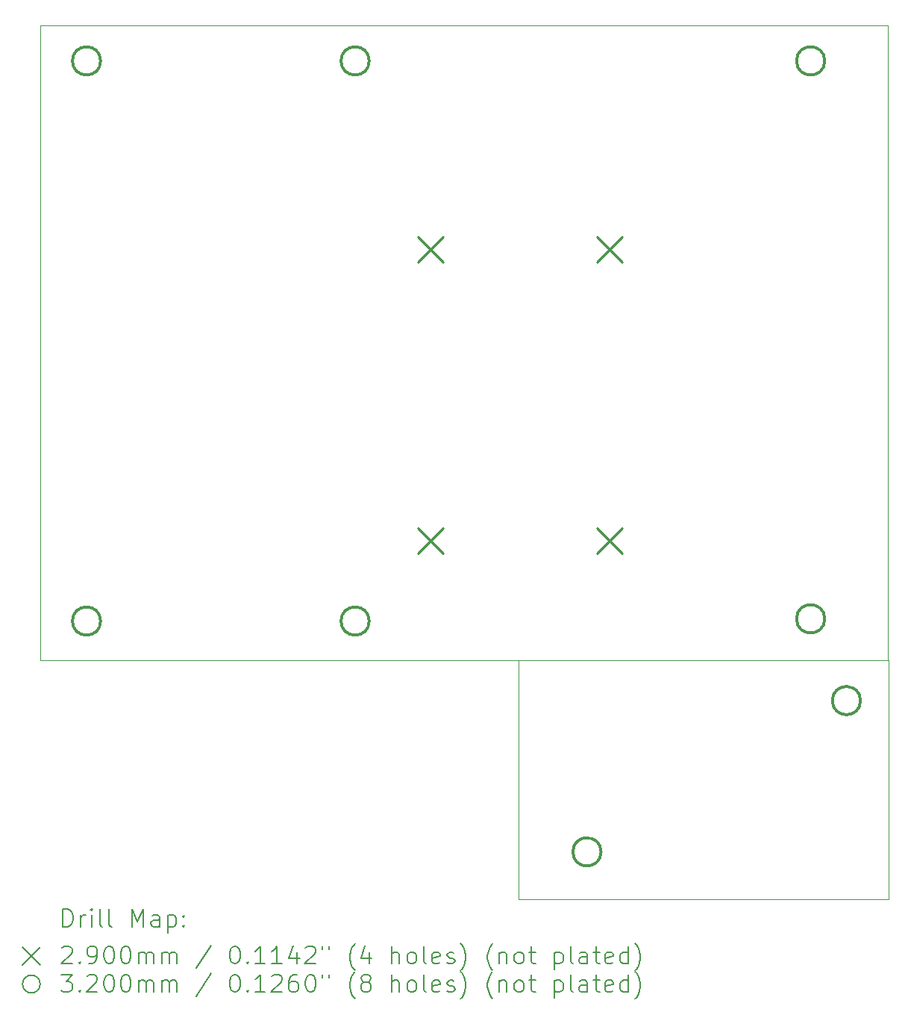
<source format=gbr>
%FSLAX45Y45*%
G04 Gerber Fmt 4.5, Leading zero omitted, Abs format (unit mm)*
G04 Created by KiCad (PCBNEW (6.0.1)) date 2022-03-08 14:51:29*
%MOMM*%
%LPD*%
G01*
G04 APERTURE LIST*
%TA.AperFunction,Profile*%
%ADD10C,0.100000*%
%TD*%
%ADD11C,0.200000*%
%ADD12C,0.290000*%
%ADD13C,0.320000*%
G04 APERTURE END LIST*
D10*
X15113000Y-11645900D02*
X19316700Y-11645900D01*
X19316700Y-11645900D02*
X19316700Y-14351000D01*
X19316700Y-14351000D02*
X15113000Y-14351000D01*
X15113000Y-14351000D02*
X15113000Y-11645900D01*
X9690100Y-4445000D02*
X19304000Y-4445000D01*
X19304000Y-4445000D02*
X19304000Y-11645900D01*
X19304000Y-11645900D02*
X9690100Y-11645900D01*
X9690100Y-11645900D02*
X9690100Y-4445000D01*
D11*
D12*
X13971351Y-6842449D02*
X14261351Y-7132449D01*
X14261351Y-6842449D02*
X13971351Y-7132449D01*
X13971351Y-10144449D02*
X14261351Y-10434449D01*
X14261351Y-10144449D02*
X13971351Y-10434449D01*
X16003351Y-6842449D02*
X16293351Y-7132449D01*
X16293351Y-6842449D02*
X16003351Y-7132449D01*
X16003351Y-10144449D02*
X16293351Y-10434449D01*
X16293351Y-10144449D02*
X16003351Y-10434449D01*
D13*
X10370800Y-4851400D02*
G75*
G03*
X10370800Y-4851400I-160000J0D01*
G01*
X10370800Y-11201400D02*
G75*
G03*
X10370800Y-11201400I-160000J0D01*
G01*
X13418800Y-4851400D02*
G75*
G03*
X13418800Y-4851400I-160000J0D01*
G01*
X13418800Y-11201400D02*
G75*
G03*
X13418800Y-11201400I-160000J0D01*
G01*
X16049300Y-13817600D02*
G75*
G03*
X16049300Y-13817600I-160000J0D01*
G01*
X18587700Y-4851400D02*
G75*
G03*
X18587700Y-4851400I-160000J0D01*
G01*
X18587700Y-11176000D02*
G75*
G03*
X18587700Y-11176000I-160000J0D01*
G01*
X18994100Y-12103100D02*
G75*
G03*
X18994100Y-12103100I-160000J0D01*
G01*
D11*
X9942719Y-14666476D02*
X9942719Y-14466476D01*
X9990338Y-14466476D01*
X10018910Y-14476000D01*
X10037957Y-14495048D01*
X10047481Y-14514095D01*
X10057005Y-14552190D01*
X10057005Y-14580762D01*
X10047481Y-14618857D01*
X10037957Y-14637905D01*
X10018910Y-14656952D01*
X9990338Y-14666476D01*
X9942719Y-14666476D01*
X10142719Y-14666476D02*
X10142719Y-14533143D01*
X10142719Y-14571238D02*
X10152243Y-14552190D01*
X10161767Y-14542667D01*
X10180814Y-14533143D01*
X10199862Y-14533143D01*
X10266529Y-14666476D02*
X10266529Y-14533143D01*
X10266529Y-14466476D02*
X10257005Y-14476000D01*
X10266529Y-14485524D01*
X10276052Y-14476000D01*
X10266529Y-14466476D01*
X10266529Y-14485524D01*
X10390338Y-14666476D02*
X10371290Y-14656952D01*
X10361767Y-14637905D01*
X10361767Y-14466476D01*
X10495100Y-14666476D02*
X10476052Y-14656952D01*
X10466529Y-14637905D01*
X10466529Y-14466476D01*
X10723671Y-14666476D02*
X10723671Y-14466476D01*
X10790338Y-14609333D01*
X10857005Y-14466476D01*
X10857005Y-14666476D01*
X11037957Y-14666476D02*
X11037957Y-14561714D01*
X11028433Y-14542667D01*
X11009386Y-14533143D01*
X10971290Y-14533143D01*
X10952243Y-14542667D01*
X11037957Y-14656952D02*
X11018910Y-14666476D01*
X10971290Y-14666476D01*
X10952243Y-14656952D01*
X10942719Y-14637905D01*
X10942719Y-14618857D01*
X10952243Y-14599809D01*
X10971290Y-14590286D01*
X11018910Y-14590286D01*
X11037957Y-14580762D01*
X11133195Y-14533143D02*
X11133195Y-14733143D01*
X11133195Y-14542667D02*
X11152243Y-14533143D01*
X11190338Y-14533143D01*
X11209386Y-14542667D01*
X11218909Y-14552190D01*
X11228433Y-14571238D01*
X11228433Y-14628381D01*
X11218909Y-14647428D01*
X11209386Y-14656952D01*
X11190338Y-14666476D01*
X11152243Y-14666476D01*
X11133195Y-14656952D01*
X11314148Y-14647428D02*
X11323671Y-14656952D01*
X11314148Y-14666476D01*
X11304624Y-14656952D01*
X11314148Y-14647428D01*
X11314148Y-14666476D01*
X11314148Y-14542667D02*
X11323671Y-14552190D01*
X11314148Y-14561714D01*
X11304624Y-14552190D01*
X11314148Y-14542667D01*
X11314148Y-14561714D01*
X9485100Y-14896000D02*
X9685100Y-15096000D01*
X9685100Y-14896000D02*
X9485100Y-15096000D01*
X9933195Y-14905524D02*
X9942719Y-14896000D01*
X9961767Y-14886476D01*
X10009386Y-14886476D01*
X10028433Y-14896000D01*
X10037957Y-14905524D01*
X10047481Y-14924571D01*
X10047481Y-14943619D01*
X10037957Y-14972190D01*
X9923671Y-15086476D01*
X10047481Y-15086476D01*
X10133195Y-15067428D02*
X10142719Y-15076952D01*
X10133195Y-15086476D01*
X10123671Y-15076952D01*
X10133195Y-15067428D01*
X10133195Y-15086476D01*
X10237957Y-15086476D02*
X10276052Y-15086476D01*
X10295100Y-15076952D01*
X10304624Y-15067428D01*
X10323671Y-15038857D01*
X10333195Y-15000762D01*
X10333195Y-14924571D01*
X10323671Y-14905524D01*
X10314148Y-14896000D01*
X10295100Y-14886476D01*
X10257005Y-14886476D01*
X10237957Y-14896000D01*
X10228433Y-14905524D01*
X10218910Y-14924571D01*
X10218910Y-14972190D01*
X10228433Y-14991238D01*
X10237957Y-15000762D01*
X10257005Y-15010286D01*
X10295100Y-15010286D01*
X10314148Y-15000762D01*
X10323671Y-14991238D01*
X10333195Y-14972190D01*
X10457005Y-14886476D02*
X10476052Y-14886476D01*
X10495100Y-14896000D01*
X10504624Y-14905524D01*
X10514148Y-14924571D01*
X10523671Y-14962667D01*
X10523671Y-15010286D01*
X10514148Y-15048381D01*
X10504624Y-15067428D01*
X10495100Y-15076952D01*
X10476052Y-15086476D01*
X10457005Y-15086476D01*
X10437957Y-15076952D01*
X10428433Y-15067428D01*
X10418910Y-15048381D01*
X10409386Y-15010286D01*
X10409386Y-14962667D01*
X10418910Y-14924571D01*
X10428433Y-14905524D01*
X10437957Y-14896000D01*
X10457005Y-14886476D01*
X10647481Y-14886476D02*
X10666529Y-14886476D01*
X10685576Y-14896000D01*
X10695100Y-14905524D01*
X10704624Y-14924571D01*
X10714148Y-14962667D01*
X10714148Y-15010286D01*
X10704624Y-15048381D01*
X10695100Y-15067428D01*
X10685576Y-15076952D01*
X10666529Y-15086476D01*
X10647481Y-15086476D01*
X10628433Y-15076952D01*
X10618910Y-15067428D01*
X10609386Y-15048381D01*
X10599862Y-15010286D01*
X10599862Y-14962667D01*
X10609386Y-14924571D01*
X10618910Y-14905524D01*
X10628433Y-14896000D01*
X10647481Y-14886476D01*
X10799862Y-15086476D02*
X10799862Y-14953143D01*
X10799862Y-14972190D02*
X10809386Y-14962667D01*
X10828433Y-14953143D01*
X10857005Y-14953143D01*
X10876052Y-14962667D01*
X10885576Y-14981714D01*
X10885576Y-15086476D01*
X10885576Y-14981714D02*
X10895100Y-14962667D01*
X10914148Y-14953143D01*
X10942719Y-14953143D01*
X10961767Y-14962667D01*
X10971290Y-14981714D01*
X10971290Y-15086476D01*
X11066529Y-15086476D02*
X11066529Y-14953143D01*
X11066529Y-14972190D02*
X11076052Y-14962667D01*
X11095100Y-14953143D01*
X11123671Y-14953143D01*
X11142719Y-14962667D01*
X11152243Y-14981714D01*
X11152243Y-15086476D01*
X11152243Y-14981714D02*
X11161767Y-14962667D01*
X11180814Y-14953143D01*
X11209386Y-14953143D01*
X11228433Y-14962667D01*
X11237957Y-14981714D01*
X11237957Y-15086476D01*
X11628433Y-14876952D02*
X11457005Y-15134095D01*
X11885576Y-14886476D02*
X11904624Y-14886476D01*
X11923671Y-14896000D01*
X11933195Y-14905524D01*
X11942719Y-14924571D01*
X11952243Y-14962667D01*
X11952243Y-15010286D01*
X11942719Y-15048381D01*
X11933195Y-15067428D01*
X11923671Y-15076952D01*
X11904624Y-15086476D01*
X11885576Y-15086476D01*
X11866528Y-15076952D01*
X11857005Y-15067428D01*
X11847481Y-15048381D01*
X11837957Y-15010286D01*
X11837957Y-14962667D01*
X11847481Y-14924571D01*
X11857005Y-14905524D01*
X11866528Y-14896000D01*
X11885576Y-14886476D01*
X12037957Y-15067428D02*
X12047481Y-15076952D01*
X12037957Y-15086476D01*
X12028433Y-15076952D01*
X12037957Y-15067428D01*
X12037957Y-15086476D01*
X12237957Y-15086476D02*
X12123671Y-15086476D01*
X12180814Y-15086476D02*
X12180814Y-14886476D01*
X12161767Y-14915048D01*
X12142719Y-14934095D01*
X12123671Y-14943619D01*
X12428433Y-15086476D02*
X12314148Y-15086476D01*
X12371290Y-15086476D02*
X12371290Y-14886476D01*
X12352243Y-14915048D01*
X12333195Y-14934095D01*
X12314148Y-14943619D01*
X12599862Y-14953143D02*
X12599862Y-15086476D01*
X12552243Y-14876952D02*
X12504624Y-15019809D01*
X12628433Y-15019809D01*
X12695100Y-14905524D02*
X12704624Y-14896000D01*
X12723671Y-14886476D01*
X12771290Y-14886476D01*
X12790338Y-14896000D01*
X12799862Y-14905524D01*
X12809386Y-14924571D01*
X12809386Y-14943619D01*
X12799862Y-14972190D01*
X12685576Y-15086476D01*
X12809386Y-15086476D01*
X12885576Y-14886476D02*
X12885576Y-14924571D01*
X12961767Y-14886476D02*
X12961767Y-14924571D01*
X13257005Y-15162667D02*
X13247481Y-15153143D01*
X13228433Y-15124571D01*
X13218909Y-15105524D01*
X13209386Y-15076952D01*
X13199862Y-15029333D01*
X13199862Y-14991238D01*
X13209386Y-14943619D01*
X13218909Y-14915048D01*
X13228433Y-14896000D01*
X13247481Y-14867428D01*
X13257005Y-14857905D01*
X13418909Y-14953143D02*
X13418909Y-15086476D01*
X13371290Y-14876952D02*
X13323671Y-15019809D01*
X13447481Y-15019809D01*
X13676052Y-15086476D02*
X13676052Y-14886476D01*
X13761767Y-15086476D02*
X13761767Y-14981714D01*
X13752243Y-14962667D01*
X13733195Y-14953143D01*
X13704624Y-14953143D01*
X13685576Y-14962667D01*
X13676052Y-14972190D01*
X13885576Y-15086476D02*
X13866528Y-15076952D01*
X13857005Y-15067428D01*
X13847481Y-15048381D01*
X13847481Y-14991238D01*
X13857005Y-14972190D01*
X13866528Y-14962667D01*
X13885576Y-14953143D01*
X13914148Y-14953143D01*
X13933195Y-14962667D01*
X13942719Y-14972190D01*
X13952243Y-14991238D01*
X13952243Y-15048381D01*
X13942719Y-15067428D01*
X13933195Y-15076952D01*
X13914148Y-15086476D01*
X13885576Y-15086476D01*
X14066528Y-15086476D02*
X14047481Y-15076952D01*
X14037957Y-15057905D01*
X14037957Y-14886476D01*
X14218909Y-15076952D02*
X14199862Y-15086476D01*
X14161767Y-15086476D01*
X14142719Y-15076952D01*
X14133195Y-15057905D01*
X14133195Y-14981714D01*
X14142719Y-14962667D01*
X14161767Y-14953143D01*
X14199862Y-14953143D01*
X14218909Y-14962667D01*
X14228433Y-14981714D01*
X14228433Y-15000762D01*
X14133195Y-15019809D01*
X14304624Y-15076952D02*
X14323671Y-15086476D01*
X14361767Y-15086476D01*
X14380814Y-15076952D01*
X14390338Y-15057905D01*
X14390338Y-15048381D01*
X14380814Y-15029333D01*
X14361767Y-15019809D01*
X14333195Y-15019809D01*
X14314148Y-15010286D01*
X14304624Y-14991238D01*
X14304624Y-14981714D01*
X14314148Y-14962667D01*
X14333195Y-14953143D01*
X14361767Y-14953143D01*
X14380814Y-14962667D01*
X14457005Y-15162667D02*
X14466528Y-15153143D01*
X14485576Y-15124571D01*
X14495100Y-15105524D01*
X14504624Y-15076952D01*
X14514148Y-15029333D01*
X14514148Y-14991238D01*
X14504624Y-14943619D01*
X14495100Y-14915048D01*
X14485576Y-14896000D01*
X14466528Y-14867428D01*
X14457005Y-14857905D01*
X14818909Y-15162667D02*
X14809386Y-15153143D01*
X14790338Y-15124571D01*
X14780814Y-15105524D01*
X14771290Y-15076952D01*
X14761767Y-15029333D01*
X14761767Y-14991238D01*
X14771290Y-14943619D01*
X14780814Y-14915048D01*
X14790338Y-14896000D01*
X14809386Y-14867428D01*
X14818909Y-14857905D01*
X14895100Y-14953143D02*
X14895100Y-15086476D01*
X14895100Y-14972190D02*
X14904624Y-14962667D01*
X14923671Y-14953143D01*
X14952243Y-14953143D01*
X14971290Y-14962667D01*
X14980814Y-14981714D01*
X14980814Y-15086476D01*
X15104624Y-15086476D02*
X15085576Y-15076952D01*
X15076052Y-15067428D01*
X15066528Y-15048381D01*
X15066528Y-14991238D01*
X15076052Y-14972190D01*
X15085576Y-14962667D01*
X15104624Y-14953143D01*
X15133195Y-14953143D01*
X15152243Y-14962667D01*
X15161767Y-14972190D01*
X15171290Y-14991238D01*
X15171290Y-15048381D01*
X15161767Y-15067428D01*
X15152243Y-15076952D01*
X15133195Y-15086476D01*
X15104624Y-15086476D01*
X15228433Y-14953143D02*
X15304624Y-14953143D01*
X15257005Y-14886476D02*
X15257005Y-15057905D01*
X15266528Y-15076952D01*
X15285576Y-15086476D01*
X15304624Y-15086476D01*
X15523671Y-14953143D02*
X15523671Y-15153143D01*
X15523671Y-14962667D02*
X15542719Y-14953143D01*
X15580814Y-14953143D01*
X15599862Y-14962667D01*
X15609386Y-14972190D01*
X15618909Y-14991238D01*
X15618909Y-15048381D01*
X15609386Y-15067428D01*
X15599862Y-15076952D01*
X15580814Y-15086476D01*
X15542719Y-15086476D01*
X15523671Y-15076952D01*
X15733195Y-15086476D02*
X15714148Y-15076952D01*
X15704624Y-15057905D01*
X15704624Y-14886476D01*
X15895100Y-15086476D02*
X15895100Y-14981714D01*
X15885576Y-14962667D01*
X15866528Y-14953143D01*
X15828433Y-14953143D01*
X15809386Y-14962667D01*
X15895100Y-15076952D02*
X15876052Y-15086476D01*
X15828433Y-15086476D01*
X15809386Y-15076952D01*
X15799862Y-15057905D01*
X15799862Y-15038857D01*
X15809386Y-15019809D01*
X15828433Y-15010286D01*
X15876052Y-15010286D01*
X15895100Y-15000762D01*
X15961767Y-14953143D02*
X16037957Y-14953143D01*
X15990338Y-14886476D02*
X15990338Y-15057905D01*
X15999862Y-15076952D01*
X16018909Y-15086476D01*
X16037957Y-15086476D01*
X16180814Y-15076952D02*
X16161767Y-15086476D01*
X16123671Y-15086476D01*
X16104624Y-15076952D01*
X16095100Y-15057905D01*
X16095100Y-14981714D01*
X16104624Y-14962667D01*
X16123671Y-14953143D01*
X16161767Y-14953143D01*
X16180814Y-14962667D01*
X16190338Y-14981714D01*
X16190338Y-15000762D01*
X16095100Y-15019809D01*
X16361767Y-15086476D02*
X16361767Y-14886476D01*
X16361767Y-15076952D02*
X16342719Y-15086476D01*
X16304624Y-15086476D01*
X16285576Y-15076952D01*
X16276052Y-15067428D01*
X16266528Y-15048381D01*
X16266528Y-14991238D01*
X16276052Y-14972190D01*
X16285576Y-14962667D01*
X16304624Y-14953143D01*
X16342719Y-14953143D01*
X16361767Y-14962667D01*
X16437957Y-15162667D02*
X16447481Y-15153143D01*
X16466528Y-15124571D01*
X16476052Y-15105524D01*
X16485576Y-15076952D01*
X16495100Y-15029333D01*
X16495100Y-14991238D01*
X16485576Y-14943619D01*
X16476052Y-14915048D01*
X16466528Y-14896000D01*
X16447481Y-14867428D01*
X16437957Y-14857905D01*
X9685100Y-15316000D02*
G75*
G03*
X9685100Y-15316000I-100000J0D01*
G01*
X9923671Y-15206476D02*
X10047481Y-15206476D01*
X9980814Y-15282667D01*
X10009386Y-15282667D01*
X10028433Y-15292190D01*
X10037957Y-15301714D01*
X10047481Y-15320762D01*
X10047481Y-15368381D01*
X10037957Y-15387428D01*
X10028433Y-15396952D01*
X10009386Y-15406476D01*
X9952243Y-15406476D01*
X9933195Y-15396952D01*
X9923671Y-15387428D01*
X10133195Y-15387428D02*
X10142719Y-15396952D01*
X10133195Y-15406476D01*
X10123671Y-15396952D01*
X10133195Y-15387428D01*
X10133195Y-15406476D01*
X10218910Y-15225524D02*
X10228433Y-15216000D01*
X10247481Y-15206476D01*
X10295100Y-15206476D01*
X10314148Y-15216000D01*
X10323671Y-15225524D01*
X10333195Y-15244571D01*
X10333195Y-15263619D01*
X10323671Y-15292190D01*
X10209386Y-15406476D01*
X10333195Y-15406476D01*
X10457005Y-15206476D02*
X10476052Y-15206476D01*
X10495100Y-15216000D01*
X10504624Y-15225524D01*
X10514148Y-15244571D01*
X10523671Y-15282667D01*
X10523671Y-15330286D01*
X10514148Y-15368381D01*
X10504624Y-15387428D01*
X10495100Y-15396952D01*
X10476052Y-15406476D01*
X10457005Y-15406476D01*
X10437957Y-15396952D01*
X10428433Y-15387428D01*
X10418910Y-15368381D01*
X10409386Y-15330286D01*
X10409386Y-15282667D01*
X10418910Y-15244571D01*
X10428433Y-15225524D01*
X10437957Y-15216000D01*
X10457005Y-15206476D01*
X10647481Y-15206476D02*
X10666529Y-15206476D01*
X10685576Y-15216000D01*
X10695100Y-15225524D01*
X10704624Y-15244571D01*
X10714148Y-15282667D01*
X10714148Y-15330286D01*
X10704624Y-15368381D01*
X10695100Y-15387428D01*
X10685576Y-15396952D01*
X10666529Y-15406476D01*
X10647481Y-15406476D01*
X10628433Y-15396952D01*
X10618910Y-15387428D01*
X10609386Y-15368381D01*
X10599862Y-15330286D01*
X10599862Y-15282667D01*
X10609386Y-15244571D01*
X10618910Y-15225524D01*
X10628433Y-15216000D01*
X10647481Y-15206476D01*
X10799862Y-15406476D02*
X10799862Y-15273143D01*
X10799862Y-15292190D02*
X10809386Y-15282667D01*
X10828433Y-15273143D01*
X10857005Y-15273143D01*
X10876052Y-15282667D01*
X10885576Y-15301714D01*
X10885576Y-15406476D01*
X10885576Y-15301714D02*
X10895100Y-15282667D01*
X10914148Y-15273143D01*
X10942719Y-15273143D01*
X10961767Y-15282667D01*
X10971290Y-15301714D01*
X10971290Y-15406476D01*
X11066529Y-15406476D02*
X11066529Y-15273143D01*
X11066529Y-15292190D02*
X11076052Y-15282667D01*
X11095100Y-15273143D01*
X11123671Y-15273143D01*
X11142719Y-15282667D01*
X11152243Y-15301714D01*
X11152243Y-15406476D01*
X11152243Y-15301714D02*
X11161767Y-15282667D01*
X11180814Y-15273143D01*
X11209386Y-15273143D01*
X11228433Y-15282667D01*
X11237957Y-15301714D01*
X11237957Y-15406476D01*
X11628433Y-15196952D02*
X11457005Y-15454095D01*
X11885576Y-15206476D02*
X11904624Y-15206476D01*
X11923671Y-15216000D01*
X11933195Y-15225524D01*
X11942719Y-15244571D01*
X11952243Y-15282667D01*
X11952243Y-15330286D01*
X11942719Y-15368381D01*
X11933195Y-15387428D01*
X11923671Y-15396952D01*
X11904624Y-15406476D01*
X11885576Y-15406476D01*
X11866528Y-15396952D01*
X11857005Y-15387428D01*
X11847481Y-15368381D01*
X11837957Y-15330286D01*
X11837957Y-15282667D01*
X11847481Y-15244571D01*
X11857005Y-15225524D01*
X11866528Y-15216000D01*
X11885576Y-15206476D01*
X12037957Y-15387428D02*
X12047481Y-15396952D01*
X12037957Y-15406476D01*
X12028433Y-15396952D01*
X12037957Y-15387428D01*
X12037957Y-15406476D01*
X12237957Y-15406476D02*
X12123671Y-15406476D01*
X12180814Y-15406476D02*
X12180814Y-15206476D01*
X12161767Y-15235048D01*
X12142719Y-15254095D01*
X12123671Y-15263619D01*
X12314148Y-15225524D02*
X12323671Y-15216000D01*
X12342719Y-15206476D01*
X12390338Y-15206476D01*
X12409386Y-15216000D01*
X12418909Y-15225524D01*
X12428433Y-15244571D01*
X12428433Y-15263619D01*
X12418909Y-15292190D01*
X12304624Y-15406476D01*
X12428433Y-15406476D01*
X12599862Y-15206476D02*
X12561767Y-15206476D01*
X12542719Y-15216000D01*
X12533195Y-15225524D01*
X12514148Y-15254095D01*
X12504624Y-15292190D01*
X12504624Y-15368381D01*
X12514148Y-15387428D01*
X12523671Y-15396952D01*
X12542719Y-15406476D01*
X12580814Y-15406476D01*
X12599862Y-15396952D01*
X12609386Y-15387428D01*
X12618909Y-15368381D01*
X12618909Y-15320762D01*
X12609386Y-15301714D01*
X12599862Y-15292190D01*
X12580814Y-15282667D01*
X12542719Y-15282667D01*
X12523671Y-15292190D01*
X12514148Y-15301714D01*
X12504624Y-15320762D01*
X12742719Y-15206476D02*
X12761767Y-15206476D01*
X12780814Y-15216000D01*
X12790338Y-15225524D01*
X12799862Y-15244571D01*
X12809386Y-15282667D01*
X12809386Y-15330286D01*
X12799862Y-15368381D01*
X12790338Y-15387428D01*
X12780814Y-15396952D01*
X12761767Y-15406476D01*
X12742719Y-15406476D01*
X12723671Y-15396952D01*
X12714148Y-15387428D01*
X12704624Y-15368381D01*
X12695100Y-15330286D01*
X12695100Y-15282667D01*
X12704624Y-15244571D01*
X12714148Y-15225524D01*
X12723671Y-15216000D01*
X12742719Y-15206476D01*
X12885576Y-15206476D02*
X12885576Y-15244571D01*
X12961767Y-15206476D02*
X12961767Y-15244571D01*
X13257005Y-15482667D02*
X13247481Y-15473143D01*
X13228433Y-15444571D01*
X13218909Y-15425524D01*
X13209386Y-15396952D01*
X13199862Y-15349333D01*
X13199862Y-15311238D01*
X13209386Y-15263619D01*
X13218909Y-15235048D01*
X13228433Y-15216000D01*
X13247481Y-15187428D01*
X13257005Y-15177905D01*
X13361767Y-15292190D02*
X13342719Y-15282667D01*
X13333195Y-15273143D01*
X13323671Y-15254095D01*
X13323671Y-15244571D01*
X13333195Y-15225524D01*
X13342719Y-15216000D01*
X13361767Y-15206476D01*
X13399862Y-15206476D01*
X13418909Y-15216000D01*
X13428433Y-15225524D01*
X13437957Y-15244571D01*
X13437957Y-15254095D01*
X13428433Y-15273143D01*
X13418909Y-15282667D01*
X13399862Y-15292190D01*
X13361767Y-15292190D01*
X13342719Y-15301714D01*
X13333195Y-15311238D01*
X13323671Y-15330286D01*
X13323671Y-15368381D01*
X13333195Y-15387428D01*
X13342719Y-15396952D01*
X13361767Y-15406476D01*
X13399862Y-15406476D01*
X13418909Y-15396952D01*
X13428433Y-15387428D01*
X13437957Y-15368381D01*
X13437957Y-15330286D01*
X13428433Y-15311238D01*
X13418909Y-15301714D01*
X13399862Y-15292190D01*
X13676052Y-15406476D02*
X13676052Y-15206476D01*
X13761767Y-15406476D02*
X13761767Y-15301714D01*
X13752243Y-15282667D01*
X13733195Y-15273143D01*
X13704624Y-15273143D01*
X13685576Y-15282667D01*
X13676052Y-15292190D01*
X13885576Y-15406476D02*
X13866528Y-15396952D01*
X13857005Y-15387428D01*
X13847481Y-15368381D01*
X13847481Y-15311238D01*
X13857005Y-15292190D01*
X13866528Y-15282667D01*
X13885576Y-15273143D01*
X13914148Y-15273143D01*
X13933195Y-15282667D01*
X13942719Y-15292190D01*
X13952243Y-15311238D01*
X13952243Y-15368381D01*
X13942719Y-15387428D01*
X13933195Y-15396952D01*
X13914148Y-15406476D01*
X13885576Y-15406476D01*
X14066528Y-15406476D02*
X14047481Y-15396952D01*
X14037957Y-15377905D01*
X14037957Y-15206476D01*
X14218909Y-15396952D02*
X14199862Y-15406476D01*
X14161767Y-15406476D01*
X14142719Y-15396952D01*
X14133195Y-15377905D01*
X14133195Y-15301714D01*
X14142719Y-15282667D01*
X14161767Y-15273143D01*
X14199862Y-15273143D01*
X14218909Y-15282667D01*
X14228433Y-15301714D01*
X14228433Y-15320762D01*
X14133195Y-15339809D01*
X14304624Y-15396952D02*
X14323671Y-15406476D01*
X14361767Y-15406476D01*
X14380814Y-15396952D01*
X14390338Y-15377905D01*
X14390338Y-15368381D01*
X14380814Y-15349333D01*
X14361767Y-15339809D01*
X14333195Y-15339809D01*
X14314148Y-15330286D01*
X14304624Y-15311238D01*
X14304624Y-15301714D01*
X14314148Y-15282667D01*
X14333195Y-15273143D01*
X14361767Y-15273143D01*
X14380814Y-15282667D01*
X14457005Y-15482667D02*
X14466528Y-15473143D01*
X14485576Y-15444571D01*
X14495100Y-15425524D01*
X14504624Y-15396952D01*
X14514148Y-15349333D01*
X14514148Y-15311238D01*
X14504624Y-15263619D01*
X14495100Y-15235048D01*
X14485576Y-15216000D01*
X14466528Y-15187428D01*
X14457005Y-15177905D01*
X14818909Y-15482667D02*
X14809386Y-15473143D01*
X14790338Y-15444571D01*
X14780814Y-15425524D01*
X14771290Y-15396952D01*
X14761767Y-15349333D01*
X14761767Y-15311238D01*
X14771290Y-15263619D01*
X14780814Y-15235048D01*
X14790338Y-15216000D01*
X14809386Y-15187428D01*
X14818909Y-15177905D01*
X14895100Y-15273143D02*
X14895100Y-15406476D01*
X14895100Y-15292190D02*
X14904624Y-15282667D01*
X14923671Y-15273143D01*
X14952243Y-15273143D01*
X14971290Y-15282667D01*
X14980814Y-15301714D01*
X14980814Y-15406476D01*
X15104624Y-15406476D02*
X15085576Y-15396952D01*
X15076052Y-15387428D01*
X15066528Y-15368381D01*
X15066528Y-15311238D01*
X15076052Y-15292190D01*
X15085576Y-15282667D01*
X15104624Y-15273143D01*
X15133195Y-15273143D01*
X15152243Y-15282667D01*
X15161767Y-15292190D01*
X15171290Y-15311238D01*
X15171290Y-15368381D01*
X15161767Y-15387428D01*
X15152243Y-15396952D01*
X15133195Y-15406476D01*
X15104624Y-15406476D01*
X15228433Y-15273143D02*
X15304624Y-15273143D01*
X15257005Y-15206476D02*
X15257005Y-15377905D01*
X15266528Y-15396952D01*
X15285576Y-15406476D01*
X15304624Y-15406476D01*
X15523671Y-15273143D02*
X15523671Y-15473143D01*
X15523671Y-15282667D02*
X15542719Y-15273143D01*
X15580814Y-15273143D01*
X15599862Y-15282667D01*
X15609386Y-15292190D01*
X15618909Y-15311238D01*
X15618909Y-15368381D01*
X15609386Y-15387428D01*
X15599862Y-15396952D01*
X15580814Y-15406476D01*
X15542719Y-15406476D01*
X15523671Y-15396952D01*
X15733195Y-15406476D02*
X15714148Y-15396952D01*
X15704624Y-15377905D01*
X15704624Y-15206476D01*
X15895100Y-15406476D02*
X15895100Y-15301714D01*
X15885576Y-15282667D01*
X15866528Y-15273143D01*
X15828433Y-15273143D01*
X15809386Y-15282667D01*
X15895100Y-15396952D02*
X15876052Y-15406476D01*
X15828433Y-15406476D01*
X15809386Y-15396952D01*
X15799862Y-15377905D01*
X15799862Y-15358857D01*
X15809386Y-15339809D01*
X15828433Y-15330286D01*
X15876052Y-15330286D01*
X15895100Y-15320762D01*
X15961767Y-15273143D02*
X16037957Y-15273143D01*
X15990338Y-15206476D02*
X15990338Y-15377905D01*
X15999862Y-15396952D01*
X16018909Y-15406476D01*
X16037957Y-15406476D01*
X16180814Y-15396952D02*
X16161767Y-15406476D01*
X16123671Y-15406476D01*
X16104624Y-15396952D01*
X16095100Y-15377905D01*
X16095100Y-15301714D01*
X16104624Y-15282667D01*
X16123671Y-15273143D01*
X16161767Y-15273143D01*
X16180814Y-15282667D01*
X16190338Y-15301714D01*
X16190338Y-15320762D01*
X16095100Y-15339809D01*
X16361767Y-15406476D02*
X16361767Y-15206476D01*
X16361767Y-15396952D02*
X16342719Y-15406476D01*
X16304624Y-15406476D01*
X16285576Y-15396952D01*
X16276052Y-15387428D01*
X16266528Y-15368381D01*
X16266528Y-15311238D01*
X16276052Y-15292190D01*
X16285576Y-15282667D01*
X16304624Y-15273143D01*
X16342719Y-15273143D01*
X16361767Y-15282667D01*
X16437957Y-15482667D02*
X16447481Y-15473143D01*
X16466528Y-15444571D01*
X16476052Y-15425524D01*
X16485576Y-15396952D01*
X16495100Y-15349333D01*
X16495100Y-15311238D01*
X16485576Y-15263619D01*
X16476052Y-15235048D01*
X16466528Y-15216000D01*
X16447481Y-15187428D01*
X16437957Y-15177905D01*
M02*

</source>
